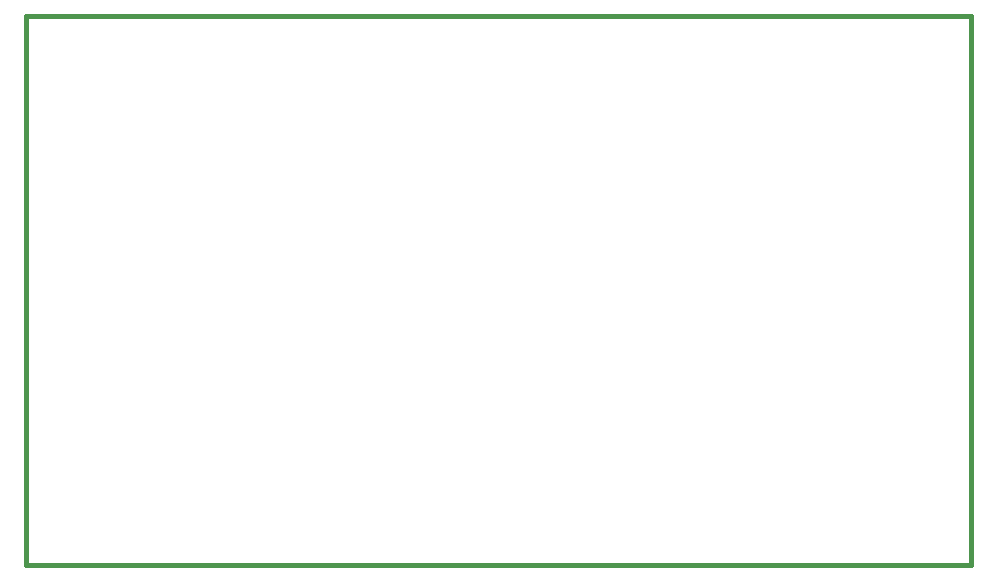
<source format=gbr>
G04 #@! TF.GenerationSoftware,KiCad,Pcbnew,(5.1.10)-1*
G04 #@! TF.CreationDate,2021-08-30T15:41:30-04:00*
G04 #@! TF.ProjectId,SSB6,53534236-2e6b-4696-9361-645f70636258,1*
G04 #@! TF.SameCoordinates,Original*
G04 #@! TF.FileFunction,Profile,NP*
%FSLAX46Y46*%
G04 Gerber Fmt 4.6, Leading zero omitted, Abs format (unit mm)*
G04 Created by KiCad (PCBNEW (5.1.10)-1) date 2021-08-30 15:41:30*
%MOMM*%
%LPD*%
G01*
G04 APERTURE LIST*
G04 #@! TA.AperFunction,Profile*
%ADD10C,0.381000*%
G04 #@! TD*
G04 APERTURE END LIST*
D10*
X112405000Y-92613400D02*
X32405000Y-92595400D01*
X32405000Y-46113400D02*
X108405000Y-46113400D01*
X32405000Y-65613400D02*
X32405000Y-46113400D01*
X112405000Y-46113400D02*
X108405000Y-46113400D01*
X112405000Y-92613400D02*
X112405000Y-46113400D01*
X32405000Y-65613400D02*
X32405000Y-92595400D01*
M02*

</source>
